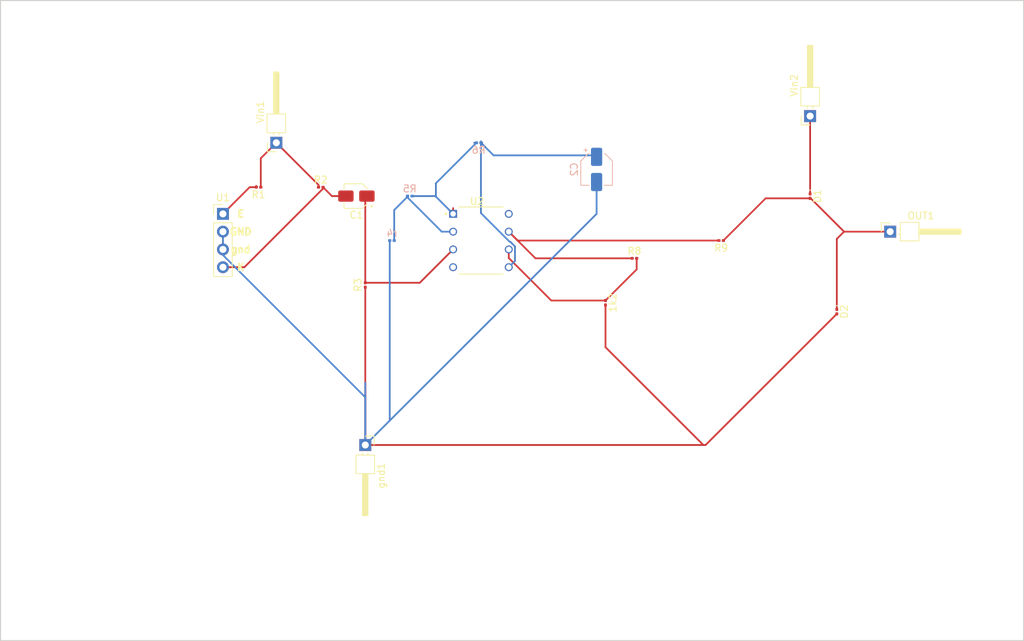
<source format=kicad_pcb>
(kicad_pcb (version 20171130) (host pcbnew "(5.1.10)-1")

  (general
    (thickness 1.6)
    (drawings 8)
    (tracks 71)
    (zones 0)
    (modules 19)
    (nets 13)
  )

  (page A4)
  (layers
    (0 F.Cu signal)
    (1 In1.Cu signal)
    (2 In2.Cu signal)
    (3 In3.Cu signal)
    (4 In4.Cu signal)
    (5 In5.Cu signal)
    (6 In6.Cu signal)
    (7 In7.Cu signal)
    (8 In8.Cu signal)
    (9 In9.Cu signal)
    (10 In10.Cu signal)
    (11 In11.Cu signal)
    (12 In12.Cu signal)
    (13 In13.Cu signal)
    (14 In14.Cu signal)
    (15 In15.Cu signal)
    (16 In16.Cu signal)
    (17 In17.Cu signal)
    (18 In18.Cu signal)
    (19 In19.Cu signal)
    (20 In20.Cu signal)
    (21 In21.Cu signal)
    (22 In22.Cu signal)
    (23 In23.Cu signal)
    (24 In24.Cu signal)
    (25 In25.Cu signal)
    (26 In26.Cu signal)
    (27 In27.Cu signal)
    (28 In28.Cu signal)
    (29 In29.Cu signal)
    (30 In30.Cu signal)
    (31 B.Cu signal)
    (32 B.Adhes user)
    (33 F.Adhes user)
    (34 B.Paste user)
    (35 F.Paste user)
    (36 B.SilkS user)
    (37 F.SilkS user)
    (38 B.Mask user)
    (39 F.Mask user)
    (40 Dwgs.User user)
    (41 Cmts.User user)
    (42 Eco1.User user)
    (43 Eco2.User user)
    (44 Edge.Cuts user)
    (45 Margin user)
    (46 B.CrtYd user)
    (47 F.CrtYd user)
    (48 B.Fab user)
    (49 F.Fab user)
  )

  (setup
    (last_trace_width 0.25)
    (trace_clearance 0.1)
    (zone_clearance 0.508)
    (zone_45_only no)
    (trace_min 0.2)
    (via_size 0.8)
    (via_drill 0.4)
    (via_min_size 0.4)
    (via_min_drill 0.3)
    (uvia_size 0.3)
    (uvia_drill 0.1)
    (uvias_allowed no)
    (uvia_min_size 0.3)
    (uvia_min_drill 0.1)
    (edge_width 0.15)
    (segment_width 0.2)
    (pcb_text_width 0.25)
    (pcb_text_size 1 1)
    (mod_edge_width 0.15)
    (mod_text_size 1 1)
    (mod_text_width 0.15)
    (pad_size 1.524 1.524)
    (pad_drill 0.762)
    (pad_to_mask_clearance 0)
    (aux_axis_origin 0 0)
    (visible_elements 7FFFFFFF)
    (pcbplotparams
      (layerselection 0x010f0_80000007)
      (usegerberextensions false)
      (usegerberattributes true)
      (usegerberadvancedattributes true)
      (creategerberjobfile true)
      (excludeedgelayer true)
      (linewidth 0.100000)
      (plotframeref false)
      (viasonmask false)
      (mode 1)
      (useauxorigin false)
      (hpglpennumber 1)
      (hpglpenspeed 20)
      (hpglpendiameter 15.000000)
      (psnegative false)
      (psa4output false)
      (plotreference true)
      (plotvalue true)
      (plotinvisibletext false)
      (padsonsilk false)
      (subtractmaskfromsilk false)
      (outputformat 1)
      (mirror false)
      (drillshape 0)
      (scaleselection 1)
      (outputdirectory "../ToOshPark/"))
  )

  (net 0 "")
  (net 1 "Net-(1k2-Pad1)")
  (net 2 "Net-(C1-Pad2)")
  (net 3 "Net-(C1-Pad1)")
  (net 4 "Net-(C2-Pad1)")
  (net 5 "Net-(D1-Pad2)")
  (net 6 "Net-(R1-Pad2)")
  (net 7 "Net-(R1-Pad1)")
  (net 8 "Net-(R5-Pad2)")
  (net 9 "Net-(R5-Pad1)")
  (net 10 "Net-(R8-Pad1)")
  (net 11 "Net-(1k2-Pad2)")
  (net 12 "Net-(D1-Pad1)")

  (net_class Default "This is the default net class."
    (clearance 0.1)
    (trace_width 0.25)
    (via_dia 0.8)
    (via_drill 0.4)
    (uvia_dia 0.3)
    (uvia_drill 0.1)
    (add_net "Net-(1k2-Pad1)")
    (add_net "Net-(1k2-Pad2)")
    (add_net "Net-(C1-Pad1)")
    (add_net "Net-(C1-Pad2)")
    (add_net "Net-(C2-Pad1)")
    (add_net "Net-(D1-Pad1)")
    (add_net "Net-(D1-Pad2)")
    (add_net "Net-(R1-Pad1)")
    (add_net "Net-(R1-Pad2)")
    (add_net "Net-(R5-Pad1)")
    (add_net "Net-(R5-Pad2)")
    (add_net "Net-(R8-Pad1)")
  )

  (module Resistor_SMD:R_0201_0603Metric (layer F.Cu) (tedit 5F68FEEE) (tstamp 618A6C25)
    (at 153.67 100.33 180)
    (descr "Resistor SMD 0201 (0603 Metric), square (rectangular) end terminal, IPC_7351 nominal, (Body size source: https://www.vishay.com/docs/20052/crcw0201e3.pdf), generated with kicad-footprint-generator")
    (tags resistor)
    (path /61854D18)
    (attr smd)
    (fp_text reference R1 (at 0 -1.05) (layer F.SilkS)
      (effects (font (size 1 1) (thickness 0.15)))
    )
    (fp_text value 82.5 (at 0 1.05) (layer F.Fab)
      (effects (font (size 1 1) (thickness 0.15)))
    )
    (fp_line (start -0.3 0.15) (end -0.3 -0.15) (layer F.Fab) (width 0.1))
    (fp_line (start -0.3 -0.15) (end 0.3 -0.15) (layer F.Fab) (width 0.1))
    (fp_line (start 0.3 -0.15) (end 0.3 0.15) (layer F.Fab) (width 0.1))
    (fp_line (start 0.3 0.15) (end -0.3 0.15) (layer F.Fab) (width 0.1))
    (fp_line (start -0.7 0.35) (end -0.7 -0.35) (layer F.CrtYd) (width 0.05))
    (fp_line (start -0.7 -0.35) (end 0.7 -0.35) (layer F.CrtYd) (width 0.05))
    (fp_line (start 0.7 -0.35) (end 0.7 0.35) (layer F.CrtYd) (width 0.05))
    (fp_line (start 0.7 0.35) (end -0.7 0.35) (layer F.CrtYd) (width 0.05))
    (fp_text user %R (at 0 -0.68) (layer F.Fab)
      (effects (font (size 0.25 0.25) (thickness 0.04)))
    )
    (pad "" smd roundrect (at -0.345 0 180) (size 0.318 0.36) (layers F.Paste) (roundrect_rratio 0.25))
    (pad "" smd roundrect (at 0.345 0 180) (size 0.318 0.36) (layers F.Paste) (roundrect_rratio 0.25))
    (pad 1 smd roundrect (at -0.32 0 180) (size 0.46 0.4) (layers F.Cu F.Mask) (roundrect_rratio 0.25)
      (net 7 "Net-(R1-Pad1)"))
    (pad 2 smd roundrect (at 0.32 0 180) (size 0.46 0.4) (layers F.Cu F.Mask) (roundrect_rratio 0.25)
      (net 6 "Net-(R1-Pad2)"))
    (model ${KISYS3DMOD}/Resistor_SMD.3dshapes/R_0201_0603Metric.wrl
      (at (xyz 0 0 0))
      (scale (xyz 1 1 1))
      (rotate (xyz 0 0 0))
    )
  )

  (module Resistor_SMD:R_0201_0603Metric (layer F.Cu) (tedit 5F68FEEE) (tstamp 618A6C36)
    (at 162.56 100.33)
    (descr "Resistor SMD 0201 (0603 Metric), square (rectangular) end terminal, IPC_7351 nominal, (Body size source: https://www.vishay.com/docs/20052/crcw0201e3.pdf), generated with kicad-footprint-generator")
    (tags resistor)
    (path /61857F5A)
    (attr smd)
    (fp_text reference R2 (at 0 -1.05) (layer F.SilkS)
      (effects (font (size 1 1) (thickness 0.15)))
    )
    (fp_text value 10k (at 0 1.05) (layer F.Fab)
      (effects (font (size 1 1) (thickness 0.15)))
    )
    (fp_line (start -0.3 0.15) (end -0.3 -0.15) (layer F.Fab) (width 0.1))
    (fp_line (start -0.3 -0.15) (end 0.3 -0.15) (layer F.Fab) (width 0.1))
    (fp_line (start 0.3 -0.15) (end 0.3 0.15) (layer F.Fab) (width 0.1))
    (fp_line (start 0.3 0.15) (end -0.3 0.15) (layer F.Fab) (width 0.1))
    (fp_line (start -0.7 0.35) (end -0.7 -0.35) (layer F.CrtYd) (width 0.05))
    (fp_line (start -0.7 -0.35) (end 0.7 -0.35) (layer F.CrtYd) (width 0.05))
    (fp_line (start 0.7 -0.35) (end 0.7 0.35) (layer F.CrtYd) (width 0.05))
    (fp_line (start 0.7 0.35) (end -0.7 0.35) (layer F.CrtYd) (width 0.05))
    (fp_text user %R (at 0 -0.68) (layer F.Fab)
      (effects (font (size 0.25 0.25) (thickness 0.04)))
    )
    (pad "" smd roundrect (at -0.345 0) (size 0.318 0.36) (layers F.Paste) (roundrect_rratio 0.25))
    (pad "" smd roundrect (at 0.345 0) (size 0.318 0.36) (layers F.Paste) (roundrect_rratio 0.25))
    (pad 1 smd roundrect (at -0.32 0) (size 0.46 0.4) (layers F.Cu F.Mask) (roundrect_rratio 0.25)
      (net 7 "Net-(R1-Pad1)"))
    (pad 2 smd roundrect (at 0.32 0) (size 0.46 0.4) (layers F.Cu F.Mask) (roundrect_rratio 0.25)
      (net 2 "Net-(C1-Pad2)"))
    (model ${KISYS3DMOD}/Resistor_SMD.3dshapes/R_0201_0603Metric.wrl
      (at (xyz 0 0 0))
      (scale (xyz 1 1 1))
      (rotate (xyz 0 0 0))
    )
  )

  (module Resistor_SMD:R_0201_0603Metric (layer F.Cu) (tedit 5F68FEEE) (tstamp 6188ECEA)
    (at 168.91 114.3 90)
    (descr "Resistor SMD 0201 (0603 Metric), square (rectangular) end terminal, IPC_7351 nominal, (Body size source: https://www.vishay.com/docs/20052/crcw0201e3.pdf), generated with kicad-footprint-generator")
    (tags resistor)
    (path /6185965A)
    (attr smd)
    (fp_text reference R3 (at 0 -1.05 90) (layer F.SilkS)
      (effects (font (size 1 1) (thickness 0.15)))
    )
    (fp_text value 680k (at 0 1.05 90) (layer F.Fab)
      (effects (font (size 1 1) (thickness 0.15)))
    )
    (fp_line (start 0.7 0.35) (end -0.7 0.35) (layer F.CrtYd) (width 0.05))
    (fp_line (start 0.7 -0.35) (end 0.7 0.35) (layer F.CrtYd) (width 0.05))
    (fp_line (start -0.7 -0.35) (end 0.7 -0.35) (layer F.CrtYd) (width 0.05))
    (fp_line (start -0.7 0.35) (end -0.7 -0.35) (layer F.CrtYd) (width 0.05))
    (fp_line (start 0.3 0.15) (end -0.3 0.15) (layer F.Fab) (width 0.1))
    (fp_line (start 0.3 -0.15) (end 0.3 0.15) (layer F.Fab) (width 0.1))
    (fp_line (start -0.3 -0.15) (end 0.3 -0.15) (layer F.Fab) (width 0.1))
    (fp_line (start -0.3 0.15) (end -0.3 -0.15) (layer F.Fab) (width 0.1))
    (fp_text user %R (at 0 -0.68 90) (layer F.Fab)
      (effects (font (size 0.25 0.25) (thickness 0.04)))
    )
    (pad 2 smd roundrect (at 0.32 0 90) (size 0.46 0.4) (layers F.Cu F.Mask) (roundrect_rratio 0.25)
      (net 3 "Net-(C1-Pad1)"))
    (pad 1 smd roundrect (at -0.32 0 90) (size 0.46 0.4) (layers F.Cu F.Mask) (roundrect_rratio 0.25)
      (net 11 "Net-(1k2-Pad2)"))
    (pad "" smd roundrect (at 0.345 0 90) (size 0.318 0.36) (layers F.Paste) (roundrect_rratio 0.25))
    (pad "" smd roundrect (at -0.345 0 90) (size 0.318 0.36) (layers F.Paste) (roundrect_rratio 0.25))
    (model ${KISYS3DMOD}/Resistor_SMD.3dshapes/R_0201_0603Metric.wrl
      (at (xyz 0 0 0))
      (scale (xyz 1 1 1))
      (rotate (xyz 0 0 0))
    )
  )

  (module Resistor_SMD:R_0201_0603Metric (layer B.Cu) (tedit 5F68FEEE) (tstamp 6188ECFB)
    (at 172.72 107.95 180)
    (descr "Resistor SMD 0201 (0603 Metric), square (rectangular) end terminal, IPC_7351 nominal, (Body size source: https://www.vishay.com/docs/20052/crcw0201e3.pdf), generated with kicad-footprint-generator")
    (tags resistor)
    (path /6187932D)
    (attr smd)
    (fp_text reference r4 (at 0 1.05) (layer B.SilkS)
      (effects (font (size 1 1) (thickness 0.15)) (justify mirror))
    )
    (fp_text value 1k (at 0 -1.05) (layer B.Fab)
      (effects (font (size 1 1) (thickness 0.15)) (justify mirror))
    )
    (fp_line (start 0.7 -0.35) (end -0.7 -0.35) (layer B.CrtYd) (width 0.05))
    (fp_line (start 0.7 0.35) (end 0.7 -0.35) (layer B.CrtYd) (width 0.05))
    (fp_line (start -0.7 0.35) (end 0.7 0.35) (layer B.CrtYd) (width 0.05))
    (fp_line (start -0.7 -0.35) (end -0.7 0.35) (layer B.CrtYd) (width 0.05))
    (fp_line (start 0.3 -0.15) (end -0.3 -0.15) (layer B.Fab) (width 0.1))
    (fp_line (start 0.3 0.15) (end 0.3 -0.15) (layer B.Fab) (width 0.1))
    (fp_line (start -0.3 0.15) (end 0.3 0.15) (layer B.Fab) (width 0.1))
    (fp_line (start -0.3 -0.15) (end -0.3 0.15) (layer B.Fab) (width 0.1))
    (fp_text user %R (at 0 0.68) (layer B.Fab)
      (effects (font (size 0.25 0.25) (thickness 0.04)) (justify mirror))
    )
    (pad 2 smd roundrect (at 0.32 0 180) (size 0.46 0.4) (layers B.Cu B.Mask) (roundrect_rratio 0.25)
      (net 11 "Net-(1k2-Pad2)"))
    (pad 1 smd roundrect (at -0.32 0 180) (size 0.46 0.4) (layers B.Cu B.Mask) (roundrect_rratio 0.25)
      (net 8 "Net-(R5-Pad2)"))
    (pad "" smd roundrect (at 0.345 0 180) (size 0.318 0.36) (layers B.Paste) (roundrect_rratio 0.25))
    (pad "" smd roundrect (at -0.345 0 180) (size 0.318 0.36) (layers B.Paste) (roundrect_rratio 0.25))
    (model ${KISYS3DMOD}/Resistor_SMD.3dshapes/R_0201_0603Metric.wrl
      (at (xyz 0 0 0))
      (scale (xyz 1 1 1))
      (rotate (xyz 0 0 0))
    )
  )

  (module Resistor_SMD:R_0201_0603Metric (layer B.Cu) (tedit 5F68FEEE) (tstamp 6188ED0C)
    (at 175.26 101.6 180)
    (descr "Resistor SMD 0201 (0603 Metric), square (rectangular) end terminal, IPC_7351 nominal, (Body size source: https://www.vishay.com/docs/20052/crcw0201e3.pdf), generated with kicad-footprint-generator")
    (tags resistor)
    (path /61878E1F)
    (attr smd)
    (fp_text reference R5 (at 0 1.05) (layer B.SilkS)
      (effects (font (size 1 1) (thickness 0.15)) (justify mirror))
    )
    (fp_text value 20k (at 0 -1.05) (layer B.Fab)
      (effects (font (size 1 1) (thickness 0.15)) (justify mirror))
    )
    (fp_line (start 0.7 -0.35) (end -0.7 -0.35) (layer B.CrtYd) (width 0.05))
    (fp_line (start 0.7 0.35) (end 0.7 -0.35) (layer B.CrtYd) (width 0.05))
    (fp_line (start -0.7 0.35) (end 0.7 0.35) (layer B.CrtYd) (width 0.05))
    (fp_line (start -0.7 -0.35) (end -0.7 0.35) (layer B.CrtYd) (width 0.05))
    (fp_line (start 0.3 -0.15) (end -0.3 -0.15) (layer B.Fab) (width 0.1))
    (fp_line (start 0.3 0.15) (end 0.3 -0.15) (layer B.Fab) (width 0.1))
    (fp_line (start -0.3 0.15) (end 0.3 0.15) (layer B.Fab) (width 0.1))
    (fp_line (start -0.3 -0.15) (end -0.3 0.15) (layer B.Fab) (width 0.1))
    (fp_text user %R (at 0 0.68) (layer B.Fab)
      (effects (font (size 0.25 0.25) (thickness 0.04)) (justify mirror))
    )
    (pad 2 smd roundrect (at 0.32 0 180) (size 0.46 0.4) (layers B.Cu B.Mask) (roundrect_rratio 0.25)
      (net 8 "Net-(R5-Pad2)"))
    (pad 1 smd roundrect (at -0.32 0 180) (size 0.46 0.4) (layers B.Cu B.Mask) (roundrect_rratio 0.25)
      (net 9 "Net-(R5-Pad1)"))
    (pad "" smd roundrect (at 0.345 0 180) (size 0.318 0.36) (layers B.Paste) (roundrect_rratio 0.25))
    (pad "" smd roundrect (at -0.345 0 180) (size 0.318 0.36) (layers B.Paste) (roundrect_rratio 0.25))
    (model ${KISYS3DMOD}/Resistor_SMD.3dshapes/R_0201_0603Metric.wrl
      (at (xyz 0 0 0))
      (scale (xyz 1 1 1))
      (rotate (xyz 0 0 0))
    )
  )

  (module Resistor_SMD:R_0201_0603Metric (layer B.Cu) (tedit 5F68FEEE) (tstamp 6188ED1D)
    (at 185.1 93.98)
    (descr "Resistor SMD 0201 (0603 Metric), square (rectangular) end terminal, IPC_7351 nominal, (Body size source: https://www.vishay.com/docs/20052/crcw0201e3.pdf), generated with kicad-footprint-generator")
    (tags resistor)
    (path /6187D634)
    (attr smd)
    (fp_text reference R6 (at 0 1.05) (layer B.SilkS)
      (effects (font (size 1 1) (thickness 0.15)) (justify mirror))
    )
    (fp_text value 842k (at 0 -1.05) (layer B.Fab)
      (effects (font (size 1 1) (thickness 0.15)) (justify mirror))
    )
    (fp_line (start 0.7 -0.35) (end -0.7 -0.35) (layer B.CrtYd) (width 0.05))
    (fp_line (start 0.7 0.35) (end 0.7 -0.35) (layer B.CrtYd) (width 0.05))
    (fp_line (start -0.7 0.35) (end 0.7 0.35) (layer B.CrtYd) (width 0.05))
    (fp_line (start -0.7 -0.35) (end -0.7 0.35) (layer B.CrtYd) (width 0.05))
    (fp_line (start 0.3 -0.15) (end -0.3 -0.15) (layer B.Fab) (width 0.1))
    (fp_line (start 0.3 0.15) (end 0.3 -0.15) (layer B.Fab) (width 0.1))
    (fp_line (start -0.3 0.15) (end 0.3 0.15) (layer B.Fab) (width 0.1))
    (fp_line (start -0.3 -0.15) (end -0.3 0.15) (layer B.Fab) (width 0.1))
    (fp_text user %R (at 0 0.68) (layer B.Fab)
      (effects (font (size 0.25 0.25) (thickness 0.04)) (justify mirror))
    )
    (pad 2 smd roundrect (at 0.32 0) (size 0.46 0.4) (layers B.Cu B.Mask) (roundrect_rratio 0.25)
      (net 4 "Net-(C2-Pad1)"))
    (pad 1 smd roundrect (at -0.32 0) (size 0.46 0.4) (layers B.Cu B.Mask) (roundrect_rratio 0.25)
      (net 9 "Net-(R5-Pad1)"))
    (pad "" smd roundrect (at 0.345 0) (size 0.318 0.36) (layers B.Paste) (roundrect_rratio 0.25))
    (pad "" smd roundrect (at -0.345 0) (size 0.318 0.36) (layers B.Paste) (roundrect_rratio 0.25))
    (model ${KISYS3DMOD}/Resistor_SMD.3dshapes/R_0201_0603Metric.wrl
      (at (xyz 0 0 0))
      (scale (xyz 1 1 1))
      (rotate (xyz 0 0 0))
    )
  )

  (module Resistor_SMD:R_0201_0603Metric (layer F.Cu) (tedit 5F68FEEE) (tstamp 6188ED2E)
    (at 207.33 110.49)
    (descr "Resistor SMD 0201 (0603 Metric), square (rectangular) end terminal, IPC_7351 nominal, (Body size source: https://www.vishay.com/docs/20052/crcw0201e3.pdf), generated with kicad-footprint-generator")
    (tags resistor)
    (path /61881D72)
    (attr smd)
    (fp_text reference R8 (at 0 -1.05) (layer F.SilkS)
      (effects (font (size 1 1) (thickness 0.15)))
    )
    (fp_text value 15k (at 0 1.05) (layer F.Fab)
      (effects (font (size 1 1) (thickness 0.15)))
    )
    (fp_line (start 0.7 0.35) (end -0.7 0.35) (layer F.CrtYd) (width 0.05))
    (fp_line (start 0.7 -0.35) (end 0.7 0.35) (layer F.CrtYd) (width 0.05))
    (fp_line (start -0.7 -0.35) (end 0.7 -0.35) (layer F.CrtYd) (width 0.05))
    (fp_line (start -0.7 0.35) (end -0.7 -0.35) (layer F.CrtYd) (width 0.05))
    (fp_line (start 0.3 0.15) (end -0.3 0.15) (layer F.Fab) (width 0.1))
    (fp_line (start 0.3 -0.15) (end 0.3 0.15) (layer F.Fab) (width 0.1))
    (fp_line (start -0.3 -0.15) (end 0.3 -0.15) (layer F.Fab) (width 0.1))
    (fp_line (start -0.3 0.15) (end -0.3 -0.15) (layer F.Fab) (width 0.1))
    (fp_text user %R (at 0 -0.68) (layer F.Fab)
      (effects (font (size 0.25 0.25) (thickness 0.04)))
    )
    (pad 2 smd roundrect (at 0.32 0) (size 0.46 0.4) (layers F.Cu F.Mask) (roundrect_rratio 0.25)
      (net 1 "Net-(1k2-Pad1)"))
    (pad 1 smd roundrect (at -0.32 0) (size 0.46 0.4) (layers F.Cu F.Mask) (roundrect_rratio 0.25)
      (net 10 "Net-(R8-Pad1)"))
    (pad "" smd roundrect (at 0.345 0) (size 0.318 0.36) (layers F.Paste) (roundrect_rratio 0.25))
    (pad "" smd roundrect (at -0.345 0) (size 0.318 0.36) (layers F.Paste) (roundrect_rratio 0.25))
    (model ${KISYS3DMOD}/Resistor_SMD.3dshapes/R_0201_0603Metric.wrl
      (at (xyz 0 0 0))
      (scale (xyz 1 1 1))
      (rotate (xyz 0 0 0))
    )
  )

  (module Resistor_SMD:R_0201_0603Metric (layer F.Cu) (tedit 5F68FEEE) (tstamp 6188ED3F)
    (at 219.71 107.95 180)
    (descr "Resistor SMD 0201 (0603 Metric), square (rectangular) end terminal, IPC_7351 nominal, (Body size source: https://www.vishay.com/docs/20052/crcw0201e3.pdf), generated with kicad-footprint-generator")
    (tags resistor)
    (path /61885D58)
    (attr smd)
    (fp_text reference R9 (at 0 -1.05) (layer F.SilkS)
      (effects (font (size 1 1) (thickness 0.15)))
    )
    (fp_text value 100 (at 0 1.05) (layer F.Fab)
      (effects (font (size 1 1) (thickness 0.15)))
    )
    (fp_line (start 0.7 0.35) (end -0.7 0.35) (layer F.CrtYd) (width 0.05))
    (fp_line (start 0.7 -0.35) (end 0.7 0.35) (layer F.CrtYd) (width 0.05))
    (fp_line (start -0.7 -0.35) (end 0.7 -0.35) (layer F.CrtYd) (width 0.05))
    (fp_line (start -0.7 0.35) (end -0.7 -0.35) (layer F.CrtYd) (width 0.05))
    (fp_line (start 0.3 0.15) (end -0.3 0.15) (layer F.Fab) (width 0.1))
    (fp_line (start 0.3 -0.15) (end 0.3 0.15) (layer F.Fab) (width 0.1))
    (fp_line (start -0.3 -0.15) (end 0.3 -0.15) (layer F.Fab) (width 0.1))
    (fp_line (start -0.3 0.15) (end -0.3 -0.15) (layer F.Fab) (width 0.1))
    (fp_text user %R (at 0 -0.68) (layer F.Fab)
      (effects (font (size 0.25 0.25) (thickness 0.04)))
    )
    (pad 2 smd roundrect (at 0.32 0 180) (size 0.46 0.4) (layers F.Cu F.Mask) (roundrect_rratio 0.25)
      (net 10 "Net-(R8-Pad1)"))
    (pad 1 smd roundrect (at -0.32 0 180) (size 0.46 0.4) (layers F.Cu F.Mask) (roundrect_rratio 0.25)
      (net 5 "Net-(D1-Pad2)"))
    (pad "" smd roundrect (at 0.345 0 180) (size 0.318 0.36) (layers F.Paste) (roundrect_rratio 0.25))
    (pad "" smd roundrect (at -0.345 0 180) (size 0.318 0.36) (layers F.Paste) (roundrect_rratio 0.25))
    (model ${KISYS3DMOD}/Resistor_SMD.3dshapes/R_0201_0603Metric.wrl
      (at (xyz 0 0 0))
      (scale (xyz 1 1 1))
      (rotate (xyz 0 0 0))
    )
  )

  (module Connector_PinHeader_2.54mm:PinHeader_1x04_P2.54mm_Vertical (layer F.Cu) (tedit 59FED5CC) (tstamp 61892521)
    (at 148.59 104.14)
    (descr "Through hole straight pin header, 1x04, 2.54mm pitch, single row")
    (tags "Through hole pin header THT 1x04 2.54mm single row")
    (path /61872E79)
    (fp_text reference U1 (at 0 -2.33) (layer F.SilkS)
      (effects (font (size 1 1) (thickness 0.15)))
    )
    (fp_text value OPB745 (at 0 9.95) (layer F.Fab)
      (effects (font (size 1 1) (thickness 0.15)))
    )
    (fp_line (start 1.8 -1.8) (end -1.8 -1.8) (layer F.CrtYd) (width 0.05))
    (fp_line (start 1.8 9.4) (end 1.8 -1.8) (layer F.CrtYd) (width 0.05))
    (fp_line (start -1.8 9.4) (end 1.8 9.4) (layer F.CrtYd) (width 0.05))
    (fp_line (start -1.8 -1.8) (end -1.8 9.4) (layer F.CrtYd) (width 0.05))
    (fp_line (start -1.33 -1.33) (end 0 -1.33) (layer F.SilkS) (width 0.12))
    (fp_line (start -1.33 0) (end -1.33 -1.33) (layer F.SilkS) (width 0.12))
    (fp_line (start -1.33 1.27) (end 1.33 1.27) (layer F.SilkS) (width 0.12))
    (fp_line (start 1.33 1.27) (end 1.33 8.95) (layer F.SilkS) (width 0.12))
    (fp_line (start -1.33 1.27) (end -1.33 8.95) (layer F.SilkS) (width 0.12))
    (fp_line (start -1.33 8.95) (end 1.33 8.95) (layer F.SilkS) (width 0.12))
    (fp_line (start -1.27 -0.635) (end -0.635 -1.27) (layer F.Fab) (width 0.1))
    (fp_line (start -1.27 8.89) (end -1.27 -0.635) (layer F.Fab) (width 0.1))
    (fp_line (start 1.27 8.89) (end -1.27 8.89) (layer F.Fab) (width 0.1))
    (fp_line (start 1.27 -1.27) (end 1.27 8.89) (layer F.Fab) (width 0.1))
    (fp_line (start -0.635 -1.27) (end 1.27 -1.27) (layer F.Fab) (width 0.1))
    (fp_text user %R (at 0 3.81 90) (layer F.Fab)
      (effects (font (size 1 1) (thickness 0.15)))
    )
    (pad 4 thru_hole oval (at 0 7.62) (size 1.7 1.7) (drill 1) (layers *.Cu *.Mask)
      (net 2 "Net-(C1-Pad2)"))
    (pad 3 thru_hole oval (at 0 5.08) (size 1.7 1.7) (drill 1) (layers *.Cu *.Mask)
      (net 11 "Net-(1k2-Pad2)"))
    (pad 2 thru_hole oval (at 0 2.54) (size 1.7 1.7) (drill 1) (layers *.Cu *.Mask)
      (net 11 "Net-(1k2-Pad2)"))
    (pad 1 thru_hole rect (at 0 0) (size 1.7 1.7) (drill 1) (layers *.Cu *.Mask)
      (net 6 "Net-(R1-Pad2)"))
    (model ${KISYS3DMOD}/Connector_PinHeader_2.54mm.3dshapes/PinHeader_1x04_P2.54mm_Vertical.wrl
      (at (xyz 0 0 0))
      (scale (xyz 1 1 1))
      (rotate (xyz 0 0 0))
    )
  )

  (module Connector_PinHeader_2.54mm:PinHeader_1x01_P2.54mm_Horizontal (layer F.Cu) (tedit 59FED5CB) (tstamp 61890340)
    (at 232.41 90.17 90)
    (descr "Through hole angled pin header, 1x01, 2.54mm pitch, 6mm pin length, single row")
    (tags "Through hole angled pin header THT 1x01 2.54mm single row")
    (path /618E2A83)
    (fp_text reference Vin2 (at 4.385 -2.27 90) (layer F.SilkS)
      (effects (font (size 1 1) (thickness 0.15)))
    )
    (fp_text value Conn_01x01_Male (at 4.385 2.27 90) (layer F.Fab)
      (effects (font (size 1 1) (thickness 0.15)))
    )
    (fp_line (start 10.55 -1.8) (end -1.8 -1.8) (layer F.CrtYd) (width 0.05))
    (fp_line (start 10.55 1.8) (end 10.55 -1.8) (layer F.CrtYd) (width 0.05))
    (fp_line (start -1.8 1.8) (end 10.55 1.8) (layer F.CrtYd) (width 0.05))
    (fp_line (start -1.8 -1.8) (end -1.8 1.8) (layer F.CrtYd) (width 0.05))
    (fp_line (start -1.27 -1.27) (end 0 -1.27) (layer F.SilkS) (width 0.12))
    (fp_line (start -1.27 0) (end -1.27 -1.27) (layer F.SilkS) (width 0.12))
    (fp_line (start 1.11 0.38) (end 1.44 0.38) (layer F.SilkS) (width 0.12))
    (fp_line (start 1.11 -0.38) (end 1.44 -0.38) (layer F.SilkS) (width 0.12))
    (fp_line (start 4.1 0.28) (end 10.1 0.28) (layer F.SilkS) (width 0.12))
    (fp_line (start 4.1 0.16) (end 10.1 0.16) (layer F.SilkS) (width 0.12))
    (fp_line (start 4.1 0.04) (end 10.1 0.04) (layer F.SilkS) (width 0.12))
    (fp_line (start 4.1 -0.08) (end 10.1 -0.08) (layer F.SilkS) (width 0.12))
    (fp_line (start 4.1 -0.2) (end 10.1 -0.2) (layer F.SilkS) (width 0.12))
    (fp_line (start 4.1 -0.32) (end 10.1 -0.32) (layer F.SilkS) (width 0.12))
    (fp_line (start 10.1 0.38) (end 4.1 0.38) (layer F.SilkS) (width 0.12))
    (fp_line (start 10.1 -0.38) (end 10.1 0.38) (layer F.SilkS) (width 0.12))
    (fp_line (start 4.1 -0.38) (end 10.1 -0.38) (layer F.SilkS) (width 0.12))
    (fp_line (start 4.1 -1.33) (end 1.44 -1.33) (layer F.SilkS) (width 0.12))
    (fp_line (start 4.1 1.33) (end 4.1 -1.33) (layer F.SilkS) (width 0.12))
    (fp_line (start 1.44 1.33) (end 4.1 1.33) (layer F.SilkS) (width 0.12))
    (fp_line (start 1.44 -1.33) (end 1.44 1.33) (layer F.SilkS) (width 0.12))
    (fp_line (start 4.04 0.32) (end 10.04 0.32) (layer F.Fab) (width 0.1))
    (fp_line (start 10.04 -0.32) (end 10.04 0.32) (layer F.Fab) (width 0.1))
    (fp_line (start 4.04 -0.32) (end 10.04 -0.32) (layer F.Fab) (width 0.1))
    (fp_line (start -0.32 0.32) (end 1.5 0.32) (layer F.Fab) (width 0.1))
    (fp_line (start -0.32 -0.32) (end -0.32 0.32) (layer F.Fab) (width 0.1))
    (fp_line (start -0.32 -0.32) (end 1.5 -0.32) (layer F.Fab) (width 0.1))
    (fp_line (start 1.5 -0.635) (end 2.135 -1.27) (layer F.Fab) (width 0.1))
    (fp_line (start 1.5 1.27) (end 1.5 -0.635) (layer F.Fab) (width 0.1))
    (fp_line (start 4.04 1.27) (end 1.5 1.27) (layer F.Fab) (width 0.1))
    (fp_line (start 4.04 -1.27) (end 4.04 1.27) (layer F.Fab) (width 0.1))
    (fp_line (start 2.135 -1.27) (end 4.04 -1.27) (layer F.Fab) (width 0.1))
    (fp_text user %R (at 2.77 0) (layer F.Fab)
      (effects (font (size 1 1) (thickness 0.15)))
    )
    (pad 1 thru_hole rect (at 0 0 90) (size 1.7 1.7) (drill 1) (layers *.Cu *.Mask)
      (net 12 "Net-(D1-Pad1)"))
    (model ${KISYS3DMOD}/Connector_PinHeader_2.54mm.3dshapes/PinHeader_1x01_P2.54mm_Horizontal.wrl
      (at (xyz 0 0 0))
      (scale (xyz 1 1 1))
      (rotate (xyz 0 0 0))
    )
  )

  (module Connector_PinHeader_2.54mm:PinHeader_1x01_P2.54mm_Horizontal (layer F.Cu) (tedit 59FED5CB) (tstamp 6189016C)
    (at 243.84 106.68)
    (descr "Through hole angled pin header, 1x01, 2.54mm pitch, 6mm pin length, single row")
    (tags "Through hole angled pin header THT 1x01 2.54mm single row")
    (path /6193298D)
    (fp_text reference OUT1 (at 4.385 -2.27) (layer F.SilkS)
      (effects (font (size 1 1) (thickness 0.15)))
    )
    (fp_text value Conn_01x01_Male (at 4.385 2.27) (layer F.Fab)
      (effects (font (size 1 1) (thickness 0.15)))
    )
    (fp_line (start 10.55 -1.8) (end -1.8 -1.8) (layer F.CrtYd) (width 0.05))
    (fp_line (start 10.55 1.8) (end 10.55 -1.8) (layer F.CrtYd) (width 0.05))
    (fp_line (start -1.8 1.8) (end 10.55 1.8) (layer F.CrtYd) (width 0.05))
    (fp_line (start -1.8 -1.8) (end -1.8 1.8) (layer F.CrtYd) (width 0.05))
    (fp_line (start -1.27 -1.27) (end 0 -1.27) (layer F.SilkS) (width 0.12))
    (fp_line (start -1.27 0) (end -1.27 -1.27) (layer F.SilkS) (width 0.12))
    (fp_line (start 1.11 0.38) (end 1.44 0.38) (layer F.SilkS) (width 0.12))
    (fp_line (start 1.11 -0.38) (end 1.44 -0.38) (layer F.SilkS) (width 0.12))
    (fp_line (start 4.1 0.28) (end 10.1 0.28) (layer F.SilkS) (width 0.12))
    (fp_line (start 4.1 0.16) (end 10.1 0.16) (layer F.SilkS) (width 0.12))
    (fp_line (start 4.1 0.04) (end 10.1 0.04) (layer F.SilkS) (width 0.12))
    (fp_line (start 4.1 -0.08) (end 10.1 -0.08) (layer F.SilkS) (width 0.12))
    (fp_line (start 4.1 -0.2) (end 10.1 -0.2) (layer F.SilkS) (width 0.12))
    (fp_line (start 4.1 -0.32) (end 10.1 -0.32) (layer F.SilkS) (width 0.12))
    (fp_line (start 10.1 0.38) (end 4.1 0.38) (layer F.SilkS) (width 0.12))
    (fp_line (start 10.1 -0.38) (end 10.1 0.38) (layer F.SilkS) (width 0.12))
    (fp_line (start 4.1 -0.38) (end 10.1 -0.38) (layer F.SilkS) (width 0.12))
    (fp_line (start 4.1 -1.33) (end 1.44 -1.33) (layer F.SilkS) (width 0.12))
    (fp_line (start 4.1 1.33) (end 4.1 -1.33) (layer F.SilkS) (width 0.12))
    (fp_line (start 1.44 1.33) (end 4.1 1.33) (layer F.SilkS) (width 0.12))
    (fp_line (start 1.44 -1.33) (end 1.44 1.33) (layer F.SilkS) (width 0.12))
    (fp_line (start 4.04 0.32) (end 10.04 0.32) (layer F.Fab) (width 0.1))
    (fp_line (start 10.04 -0.32) (end 10.04 0.32) (layer F.Fab) (width 0.1))
    (fp_line (start 4.04 -0.32) (end 10.04 -0.32) (layer F.Fab) (width 0.1))
    (fp_line (start -0.32 0.32) (end 1.5 0.32) (layer F.Fab) (width 0.1))
    (fp_line (start -0.32 -0.32) (end -0.32 0.32) (layer F.Fab) (width 0.1))
    (fp_line (start -0.32 -0.32) (end 1.5 -0.32) (layer F.Fab) (width 0.1))
    (fp_line (start 1.5 -0.635) (end 2.135 -1.27) (layer F.Fab) (width 0.1))
    (fp_line (start 1.5 1.27) (end 1.5 -0.635) (layer F.Fab) (width 0.1))
    (fp_line (start 4.04 1.27) (end 1.5 1.27) (layer F.Fab) (width 0.1))
    (fp_line (start 4.04 -1.27) (end 4.04 1.27) (layer F.Fab) (width 0.1))
    (fp_line (start 2.135 -1.27) (end 4.04 -1.27) (layer F.Fab) (width 0.1))
    (fp_text user %R (at 2.77 0 90) (layer F.Fab)
      (effects (font (size 1 1) (thickness 0.15)))
    )
    (pad 1 thru_hole rect (at 0 0) (size 1.7 1.7) (drill 1) (layers *.Cu *.Mask)
      (net 5 "Net-(D1-Pad2)"))
    (model ${KISYS3DMOD}/Connector_PinHeader_2.54mm.3dshapes/PinHeader_1x01_P2.54mm_Horizontal.wrl
      (at (xyz 0 0 0))
      (scale (xyz 1 1 1))
      (rotate (xyz 0 0 0))
    )
  )

  (module Diode_SMD:D_0201_0603Metric (layer F.Cu) (tedit 5F68FEF0) (tstamp 6188EC19)
    (at 236.22 118.11 270)
    (descr "Diode SMD 0201 (0603 Metric), square (rectangular) end terminal, IPC_7351 nominal, (Body size source: https://www.vishay.com/docs/20052/crcw0201e3.pdf), generated with kicad-footprint-generator")
    (tags diode)
    (path /6188CB8D)
    (attr smd)
    (fp_text reference D2 (at 0 -1.05 90) (layer F.SilkS)
      (effects (font (size 1 1) (thickness 0.15)))
    )
    (fp_text value DIODE (at 0 1.05 90) (layer F.Fab)
      (effects (font (size 1 1) (thickness 0.15)))
    )
    (fp_line (start 0.7 0.35) (end -0.7 0.35) (layer F.CrtYd) (width 0.05))
    (fp_line (start 0.7 -0.35) (end 0.7 0.35) (layer F.CrtYd) (width 0.05))
    (fp_line (start -0.7 -0.35) (end 0.7 -0.35) (layer F.CrtYd) (width 0.05))
    (fp_line (start -0.7 0.35) (end -0.7 -0.35) (layer F.CrtYd) (width 0.05))
    (fp_line (start -0.1 0.15) (end -0.1 -0.15) (layer F.Fab) (width 0.1))
    (fp_line (start -0.2 0.15) (end -0.2 -0.15) (layer F.Fab) (width 0.1))
    (fp_line (start 0.3 0.15) (end -0.3 0.15) (layer F.Fab) (width 0.1))
    (fp_line (start 0.3 -0.15) (end 0.3 0.15) (layer F.Fab) (width 0.1))
    (fp_line (start -0.3 -0.15) (end 0.3 -0.15) (layer F.Fab) (width 0.1))
    (fp_line (start -0.3 0.15) (end -0.3 -0.15) (layer F.Fab) (width 0.1))
    (fp_circle (center -0.86 0) (end -0.81 0) (layer F.SilkS) (width 0.1))
    (fp_text user %R (at 0 -0.68 90) (layer F.Fab)
      (effects (font (size 0.25 0.25) (thickness 0.04)))
    )
    (pad 2 smd roundrect (at 0.32 0 270) (size 0.46 0.4) (layers F.Cu F.Mask) (roundrect_rratio 0.25)
      (net 11 "Net-(1k2-Pad2)"))
    (pad 1 smd roundrect (at -0.32 0 270) (size 0.46 0.4) (layers F.Cu F.Mask) (roundrect_rratio 0.25)
      (net 5 "Net-(D1-Pad2)"))
    (pad "" smd roundrect (at 0.345 0 270) (size 0.318 0.36) (layers F.Paste) (roundrect_rratio 0.25))
    (pad "" smd roundrect (at -0.345 0 270) (size 0.318 0.36) (layers F.Paste) (roundrect_rratio 0.25))
    (model ${KISYS3DMOD}/Diode_SMD.3dshapes/D_0201_0603Metric.wrl
      (at (xyz 0 0 0))
      (scale (xyz 1 1 1))
      (rotate (xyz 0 0 0))
    )
  )

  (module Diode_SMD:D_0201_0603Metric (layer F.Cu) (tedit 5F68FEF0) (tstamp 6188EC05)
    (at 232.41 101.6 270)
    (descr "Diode SMD 0201 (0603 Metric), square (rectangular) end terminal, IPC_7351 nominal, (Body size source: https://www.vishay.com/docs/20052/crcw0201e3.pdf), generated with kicad-footprint-generator")
    (tags diode)
    (path /6188D84B)
    (attr smd)
    (fp_text reference D1 (at 0 -1.05 90) (layer F.SilkS)
      (effects (font (size 1 1) (thickness 0.15)))
    )
    (fp_text value DIODE (at 0 1.05 90) (layer F.Fab)
      (effects (font (size 1 1) (thickness 0.15)))
    )
    (fp_line (start 0.7 0.35) (end -0.7 0.35) (layer F.CrtYd) (width 0.05))
    (fp_line (start 0.7 -0.35) (end 0.7 0.35) (layer F.CrtYd) (width 0.05))
    (fp_line (start -0.7 -0.35) (end 0.7 -0.35) (layer F.CrtYd) (width 0.05))
    (fp_line (start -0.7 0.35) (end -0.7 -0.35) (layer F.CrtYd) (width 0.05))
    (fp_line (start -0.1 0.15) (end -0.1 -0.15) (layer F.Fab) (width 0.1))
    (fp_line (start -0.2 0.15) (end -0.2 -0.15) (layer F.Fab) (width 0.1))
    (fp_line (start 0.3 0.15) (end -0.3 0.15) (layer F.Fab) (width 0.1))
    (fp_line (start 0.3 -0.15) (end 0.3 0.15) (layer F.Fab) (width 0.1))
    (fp_line (start -0.3 -0.15) (end 0.3 -0.15) (layer F.Fab) (width 0.1))
    (fp_line (start -0.3 0.15) (end -0.3 -0.15) (layer F.Fab) (width 0.1))
    (fp_circle (center -0.86 0) (end -0.81 0) (layer F.SilkS) (width 0.1))
    (fp_text user %R (at 0 -0.68 90) (layer F.Fab)
      (effects (font (size 0.25 0.25) (thickness 0.04)))
    )
    (pad 2 smd roundrect (at 0.32 0 270) (size 0.46 0.4) (layers F.Cu F.Mask) (roundrect_rratio 0.25)
      (net 5 "Net-(D1-Pad2)"))
    (pad 1 smd roundrect (at -0.32 0 270) (size 0.46 0.4) (layers F.Cu F.Mask) (roundrect_rratio 0.25)
      (net 12 "Net-(D1-Pad1)"))
    (pad "" smd roundrect (at 0.345 0 270) (size 0.318 0.36) (layers F.Paste) (roundrect_rratio 0.25))
    (pad "" smd roundrect (at -0.345 0 270) (size 0.318 0.36) (layers F.Paste) (roundrect_rratio 0.25))
    (model ${KISYS3DMOD}/Diode_SMD.3dshapes/D_0201_0603Metric.wrl
      (at (xyz 0 0 0))
      (scale (xyz 1 1 1))
      (rotate (xyz 0 0 0))
    )
  )

  (module Capacitor_SMD:CP_Elec_4x3 (layer B.Cu) (tedit 5BCA39CF) (tstamp 6188EBF1)
    (at 201.93 97.79 270)
    (descr "SMD capacitor, aluminum electrolytic, Nichicon, 4.0x3mm")
    (tags "capacitor electrolytic")
    (path /61883FA3)
    (attr smd)
    (fp_text reference C2 (at 0 3.2 270) (layer B.SilkS)
      (effects (font (size 1 1) (thickness 0.15)) (justify mirror))
    )
    (fp_text value 97.3uf (at 0 -3.2 270) (layer B.Fab)
      (effects (font (size 1 1) (thickness 0.15)) (justify mirror))
    )
    (fp_line (start -3.35 -1.05) (end -2.4 -1.05) (layer B.CrtYd) (width 0.05))
    (fp_line (start -3.35 1.05) (end -3.35 -1.05) (layer B.CrtYd) (width 0.05))
    (fp_line (start -2.4 1.05) (end -3.35 1.05) (layer B.CrtYd) (width 0.05))
    (fp_line (start -2.4 -1.05) (end -2.4 -1.25) (layer B.CrtYd) (width 0.05))
    (fp_line (start -2.4 1.25) (end -2.4 1.05) (layer B.CrtYd) (width 0.05))
    (fp_line (start -2.4 1.25) (end -1.25 2.4) (layer B.CrtYd) (width 0.05))
    (fp_line (start -2.4 -1.25) (end -1.25 -2.4) (layer B.CrtYd) (width 0.05))
    (fp_line (start -1.25 2.4) (end 2.4 2.4) (layer B.CrtYd) (width 0.05))
    (fp_line (start -1.25 -2.4) (end 2.4 -2.4) (layer B.CrtYd) (width 0.05))
    (fp_line (start 2.4 -1.05) (end 2.4 -2.4) (layer B.CrtYd) (width 0.05))
    (fp_line (start 3.35 -1.05) (end 2.4 -1.05) (layer B.CrtYd) (width 0.05))
    (fp_line (start 3.35 1.05) (end 3.35 -1.05) (layer B.CrtYd) (width 0.05))
    (fp_line (start 2.4 1.05) (end 3.35 1.05) (layer B.CrtYd) (width 0.05))
    (fp_line (start 2.4 2.4) (end 2.4 1.05) (layer B.CrtYd) (width 0.05))
    (fp_line (start -2.75 1.81) (end -2.75 1.31) (layer B.SilkS) (width 0.12))
    (fp_line (start -3 1.56) (end -2.5 1.56) (layer B.SilkS) (width 0.12))
    (fp_line (start -2.26 -1.195563) (end -1.195563 -2.26) (layer B.SilkS) (width 0.12))
    (fp_line (start -2.26 1.195563) (end -1.195563 2.26) (layer B.SilkS) (width 0.12))
    (fp_line (start -2.26 1.195563) (end -2.26 1.06) (layer B.SilkS) (width 0.12))
    (fp_line (start -2.26 -1.195563) (end -2.26 -1.06) (layer B.SilkS) (width 0.12))
    (fp_line (start -1.195563 -2.26) (end 2.26 -2.26) (layer B.SilkS) (width 0.12))
    (fp_line (start -1.195563 2.26) (end 2.26 2.26) (layer B.SilkS) (width 0.12))
    (fp_line (start 2.26 2.26) (end 2.26 1.06) (layer B.SilkS) (width 0.12))
    (fp_line (start 2.26 -2.26) (end 2.26 -1.06) (layer B.SilkS) (width 0.12))
    (fp_line (start -1.374773 1.2) (end -1.374773 0.8) (layer B.Fab) (width 0.1))
    (fp_line (start -1.574773 1) (end -1.174773 1) (layer B.Fab) (width 0.1))
    (fp_line (start -2.15 -1.15) (end -1.15 -2.15) (layer B.Fab) (width 0.1))
    (fp_line (start -2.15 1.15) (end -1.15 2.15) (layer B.Fab) (width 0.1))
    (fp_line (start -2.15 1.15) (end -2.15 -1.15) (layer B.Fab) (width 0.1))
    (fp_line (start -1.15 -2.15) (end 2.15 -2.15) (layer B.Fab) (width 0.1))
    (fp_line (start -1.15 2.15) (end 2.15 2.15) (layer B.Fab) (width 0.1))
    (fp_line (start 2.15 2.15) (end 2.15 -2.15) (layer B.Fab) (width 0.1))
    (fp_circle (center 0 0) (end 2 0) (layer B.Fab) (width 0.1))
    (fp_text user %R (at 0 0 270) (layer B.Fab)
      (effects (font (size 0.8 0.8) (thickness 0.12)) (justify mirror))
    )
    (pad 2 smd roundrect (at 1.8 0 270) (size 2.6 1.6) (layers B.Cu B.Paste B.Mask) (roundrect_rratio 0.15625)
      (net 11 "Net-(1k2-Pad2)"))
    (pad 1 smd roundrect (at -1.8 0 270) (size 2.6 1.6) (layers B.Cu B.Paste B.Mask) (roundrect_rratio 0.15625)
      (net 4 "Net-(C2-Pad1)"))
    (model ${KISYS3DMOD}/Capacitor_SMD.3dshapes/CP_Elec_4x3.wrl
      (at (xyz 0 0 0))
      (scale (xyz 1 1 1))
      (rotate (xyz 0 0 0))
    )
  )

  (module Capacitor_SMD:CP_Elec_3x5.4 (layer F.Cu) (tedit 5BCA39CF) (tstamp 6188EBC9)
    (at 167.64 101.6 180)
    (descr "SMD capacitor, aluminum electrolytic, Nichicon, 3.0x5.4mm")
    (tags "capacitor electrolytic")
    (path /618587C9)
    (attr smd)
    (fp_text reference C1 (at 0 -2.7) (layer F.SilkS)
      (effects (font (size 1 1) (thickness 0.15)))
    )
    (fp_text value 97.3uf (at 0 2.7) (layer F.Fab)
      (effects (font (size 1 1) (thickness 0.15)))
    )
    (fp_line (start -2.85 1.05) (end -1.78 1.05) (layer F.CrtYd) (width 0.05))
    (fp_line (start -2.85 -1.05) (end -2.85 1.05) (layer F.CrtYd) (width 0.05))
    (fp_line (start -1.78 -1.05) (end -2.85 -1.05) (layer F.CrtYd) (width 0.05))
    (fp_line (start -1.78 -1.05) (end -0.93 -1.9) (layer F.CrtYd) (width 0.05))
    (fp_line (start -1.78 1.05) (end -0.93 1.9) (layer F.CrtYd) (width 0.05))
    (fp_line (start -0.93 -1.9) (end 1.9 -1.9) (layer F.CrtYd) (width 0.05))
    (fp_line (start -0.93 1.9) (end 1.9 1.9) (layer F.CrtYd) (width 0.05))
    (fp_line (start 1.9 1.05) (end 1.9 1.9) (layer F.CrtYd) (width 0.05))
    (fp_line (start 2.85 1.05) (end 1.9 1.05) (layer F.CrtYd) (width 0.05))
    (fp_line (start 2.85 -1.05) (end 2.85 1.05) (layer F.CrtYd) (width 0.05))
    (fp_line (start 1.9 -1.05) (end 2.85 -1.05) (layer F.CrtYd) (width 0.05))
    (fp_line (start 1.9 -1.9) (end 1.9 -1.05) (layer F.CrtYd) (width 0.05))
    (fp_line (start -2.1875 -1.6225) (end -2.1875 -1.2475) (layer F.SilkS) (width 0.12))
    (fp_line (start -2.375 -1.435) (end -2 -1.435) (layer F.SilkS) (width 0.12))
    (fp_line (start -1.570563 1.06) (end -0.870563 1.76) (layer F.SilkS) (width 0.12))
    (fp_line (start -1.570563 -1.06) (end -0.870563 -1.76) (layer F.SilkS) (width 0.12))
    (fp_line (start -0.870563 1.76) (end 1.76 1.76) (layer F.SilkS) (width 0.12))
    (fp_line (start -0.870563 -1.76) (end 1.76 -1.76) (layer F.SilkS) (width 0.12))
    (fp_line (start 1.76 -1.76) (end 1.76 -1.06) (layer F.SilkS) (width 0.12))
    (fp_line (start 1.76 1.76) (end 1.76 1.06) (layer F.SilkS) (width 0.12))
    (fp_line (start -0.960469 -0.95) (end -0.960469 -0.65) (layer F.Fab) (width 0.1))
    (fp_line (start -1.110469 -0.8) (end -0.810469 -0.8) (layer F.Fab) (width 0.1))
    (fp_line (start -1.65 0.825) (end -0.825 1.65) (layer F.Fab) (width 0.1))
    (fp_line (start -1.65 -0.825) (end -0.825 -1.65) (layer F.Fab) (width 0.1))
    (fp_line (start -1.65 -0.825) (end -1.65 0.825) (layer F.Fab) (width 0.1))
    (fp_line (start -0.825 1.65) (end 1.65 1.65) (layer F.Fab) (width 0.1))
    (fp_line (start -0.825 -1.65) (end 1.65 -1.65) (layer F.Fab) (width 0.1))
    (fp_line (start 1.65 -1.65) (end 1.65 1.65) (layer F.Fab) (width 0.1))
    (fp_circle (center 0 0) (end 1.5 0) (layer F.Fab) (width 0.1))
    (fp_text user %R (at 0 0) (layer F.Fab)
      (effects (font (size 0.6 0.6) (thickness 0.09)))
    )
    (pad 2 smd roundrect (at 1.5 0 180) (size 2.2 1.6) (layers F.Cu F.Paste F.Mask) (roundrect_rratio 0.15625)
      (net 2 "Net-(C1-Pad2)"))
    (pad 1 smd roundrect (at -1.5 0 180) (size 2.2 1.6) (layers F.Cu F.Paste F.Mask) (roundrect_rratio 0.15625)
      (net 3 "Net-(C1-Pad1)"))
    (model ${KISYS3DMOD}/Capacitor_SMD.3dshapes/CP_Elec_3x5.4.wrl
      (at (xyz 0 0 0))
      (scale (xyz 1 1 1))
      (rotate (xyz 0 0 0))
    )
  )

  (module Resistor_SMD:R_0201_0603Metric (layer F.Cu) (tedit 5F68FEEE) (tstamp 6188EBA5)
    (at 203.2 116.84 270)
    (descr "Resistor SMD 0201 (0603 Metric), square (rectangular) end terminal, IPC_7351 nominal, (Body size source: https://www.vishay.com/docs/20052/crcw0201e3.pdf), generated with kicad-footprint-generator")
    (tags resistor)
    (path /61881D78)
    (attr smd)
    (fp_text reference 1k2 (at 0 -1.05 90) (layer F.SilkS)
      (effects (font (size 1 1) (thickness 0.15)))
    )
    (fp_text value R7 (at 0 1.05 90) (layer F.Fab)
      (effects (font (size 1 1) (thickness 0.15)))
    )
    (fp_line (start 0.7 0.35) (end -0.7 0.35) (layer F.CrtYd) (width 0.05))
    (fp_line (start 0.7 -0.35) (end 0.7 0.35) (layer F.CrtYd) (width 0.05))
    (fp_line (start -0.7 -0.35) (end 0.7 -0.35) (layer F.CrtYd) (width 0.05))
    (fp_line (start -0.7 0.35) (end -0.7 -0.35) (layer F.CrtYd) (width 0.05))
    (fp_line (start 0.3 0.15) (end -0.3 0.15) (layer F.Fab) (width 0.1))
    (fp_line (start 0.3 -0.15) (end 0.3 0.15) (layer F.Fab) (width 0.1))
    (fp_line (start -0.3 -0.15) (end 0.3 -0.15) (layer F.Fab) (width 0.1))
    (fp_line (start -0.3 0.15) (end -0.3 -0.15) (layer F.Fab) (width 0.1))
    (fp_text user %R (at 0 -0.68 90) (layer F.Fab)
      (effects (font (size 0.25 0.25) (thickness 0.04)))
    )
    (pad 2 smd roundrect (at 0.32 0 270) (size 0.46 0.4) (layers F.Cu F.Mask) (roundrect_rratio 0.25)
      (net 11 "Net-(1k2-Pad2)"))
    (pad 1 smd roundrect (at -0.32 0 270) (size 0.46 0.4) (layers F.Cu F.Mask) (roundrect_rratio 0.25)
      (net 1 "Net-(1k2-Pad1)"))
    (pad "" smd roundrect (at 0.345 0 270) (size 0.318 0.36) (layers F.Paste) (roundrect_rratio 0.25))
    (pad "" smd roundrect (at -0.345 0 270) (size 0.318 0.36) (layers F.Paste) (roundrect_rratio 0.25))
    (model ${KISYS3DMOD}/Resistor_SMD.3dshapes/R_0201_0603Metric.wrl
      (at (xyz 0 0 0))
      (scale (xyz 1 1 1))
      (rotate (xyz 0 0 0))
    )
  )

  (module TLC277CP:DIP794W45P254L959H508Q8 (layer F.Cu) (tedit 618833B9) (tstamp 618A6CD0)
    (at 185.42 107.95)
    (path /6185AB20)
    (fp_text reference U2 (at -0.565 -5.607) (layer F.SilkS)
      (effects (font (size 1 1) (thickness 0.15)))
    )
    (fp_text value TLC277 (at 10.865 5.607) (layer F.Fab)
      (effects (font (size 1 1) (thickness 0.15)))
    )
    (fp_line (start -4.785 -5.045) (end -4.785 5.045) (layer F.CrtYd) (width 0.05))
    (fp_line (start 4.785 -5.045) (end 4.785 5.045) (layer F.CrtYd) (width 0.05))
    (fp_line (start 4.785 5.045) (end -4.785 5.045) (layer F.CrtYd) (width 0.05))
    (fp_line (start 4.785 -5.045) (end -4.785 -5.045) (layer F.CrtYd) (width 0.05))
    (fp_line (start 3.175 -4.795) (end 3.175 4.795) (layer F.Fab) (width 0.127))
    (fp_line (start -3.175 -4.795) (end -3.175 4.795) (layer F.Fab) (width 0.127))
    (fp_line (start -3.175 4.795) (end 3.175 4.795) (layer F.SilkS) (width 0.127))
    (fp_line (start -3.175 -4.795) (end 3.175 -4.795) (layer F.SilkS) (width 0.127))
    (fp_line (start -3.175 4.795) (end 3.175 4.795) (layer F.Fab) (width 0.127))
    (fp_line (start -3.175 -4.795) (end 3.175 -4.795) (layer F.Fab) (width 0.127))
    (fp_circle (center -5.035 -3.81) (end -4.935 -3.81) (layer F.Fab) (width 0.2))
    (fp_circle (center -5.035 -3.81) (end -4.935 -3.81) (layer F.SilkS) (width 0.2))
    (pad 8 thru_hole circle (at 3.97 -3.81) (size 1.13 1.13) (drill 0.78) (layers *.Cu *.Mask))
    (pad 7 thru_hole circle (at 3.97 -1.27) (size 1.13 1.13) (drill 0.78) (layers *.Cu *.Mask)
      (net 10 "Net-(R8-Pad1)"))
    (pad 6 thru_hole circle (at 3.97 1.27) (size 1.13 1.13) (drill 0.78) (layers *.Cu *.Mask)
      (net 1 "Net-(1k2-Pad1)"))
    (pad 5 thru_hole circle (at 3.97 3.81) (size 1.13 1.13) (drill 0.78) (layers *.Cu *.Mask)
      (net 4 "Net-(C2-Pad1)"))
    (pad 4 thru_hole circle (at -3.97 3.81) (size 1.13 1.13) (drill 0.78) (layers *.Cu *.Mask))
    (pad 3 thru_hole circle (at -3.97 1.27) (size 1.13 1.13) (drill 0.78) (layers *.Cu *.Mask)
      (net 3 "Net-(C1-Pad1)"))
    (pad 2 thru_hole circle (at -3.97 -1.27) (size 1.13 1.13) (drill 0.78) (layers *.Cu *.Mask)
      (net 8 "Net-(R5-Pad2)"))
    (pad 1 thru_hole rect (at -3.97 -3.81) (size 1.13 1.13) (drill 0.78) (layers *.Cu *.Mask)
      (net 9 "Net-(R5-Pad1)"))
  )

  (module Connector_PinHeader_2.54mm:PinHeader_1x01_P2.54mm_Horizontal (layer F.Cu) (tedit 59FED5CB) (tstamp 618A6C14)
    (at 168.91 137.16 270)
    (descr "Through hole angled pin header, 1x01, 2.54mm pitch, 6mm pin length, single row")
    (tags "Through hole angled pin header THT 1x01 2.54mm single row")
    (path /6188AA28)
    (fp_text reference gnd1 (at 4.385 -2.27 90) (layer F.SilkS)
      (effects (font (size 1 1) (thickness 0.15)))
    )
    (fp_text value Conn_01x01_Male (at 4.385 2.27 90) (layer F.Fab)
      (effects (font (size 1 1) (thickness 0.15)))
    )
    (fp_line (start 10.55 -1.8) (end -1.8 -1.8) (layer F.CrtYd) (width 0.05))
    (fp_line (start 10.55 1.8) (end 10.55 -1.8) (layer F.CrtYd) (width 0.05))
    (fp_line (start -1.8 1.8) (end 10.55 1.8) (layer F.CrtYd) (width 0.05))
    (fp_line (start -1.8 -1.8) (end -1.8 1.8) (layer F.CrtYd) (width 0.05))
    (fp_line (start -1.27 -1.27) (end 0 -1.27) (layer F.SilkS) (width 0.12))
    (fp_line (start -1.27 0) (end -1.27 -1.27) (layer F.SilkS) (width 0.12))
    (fp_line (start 1.11 0.38) (end 1.44 0.38) (layer F.SilkS) (width 0.12))
    (fp_line (start 1.11 -0.38) (end 1.44 -0.38) (layer F.SilkS) (width 0.12))
    (fp_line (start 4.1 0.28) (end 10.1 0.28) (layer F.SilkS) (width 0.12))
    (fp_line (start 4.1 0.16) (end 10.1 0.16) (layer F.SilkS) (width 0.12))
    (fp_line (start 4.1 0.04) (end 10.1 0.04) (layer F.SilkS) (width 0.12))
    (fp_line (start 4.1 -0.08) (end 10.1 -0.08) (layer F.SilkS) (width 0.12))
    (fp_line (start 4.1 -0.2) (end 10.1 -0.2) (layer F.SilkS) (width 0.12))
    (fp_line (start 4.1 -0.32) (end 10.1 -0.32) (layer F.SilkS) (width 0.12))
    (fp_line (start 10.1 0.38) (end 4.1 0.38) (layer F.SilkS) (width 0.12))
    (fp_line (start 10.1 -0.38) (end 10.1 0.38) (layer F.SilkS) (width 0.12))
    (fp_line (start 4.1 -0.38) (end 10.1 -0.38) (layer F.SilkS) (width 0.12))
    (fp_line (start 4.1 -1.33) (end 1.44 -1.33) (layer F.SilkS) (width 0.12))
    (fp_line (start 4.1 1.33) (end 4.1 -1.33) (layer F.SilkS) (width 0.12))
    (fp_line (start 1.44 1.33) (end 4.1 1.33) (layer F.SilkS) (width 0.12))
    (fp_line (start 1.44 -1.33) (end 1.44 1.33) (layer F.SilkS) (width 0.12))
    (fp_line (start 4.04 0.32) (end 10.04 0.32) (layer F.Fab) (width 0.1))
    (fp_line (start 10.04 -0.32) (end 10.04 0.32) (layer F.Fab) (width 0.1))
    (fp_line (start 4.04 -0.32) (end 10.04 -0.32) (layer F.Fab) (width 0.1))
    (fp_line (start -0.32 0.32) (end 1.5 0.32) (layer F.Fab) (width 0.1))
    (fp_line (start -0.32 -0.32) (end -0.32 0.32) (layer F.Fab) (width 0.1))
    (fp_line (start -0.32 -0.32) (end 1.5 -0.32) (layer F.Fab) (width 0.1))
    (fp_line (start 1.5 -0.635) (end 2.135 -1.27) (layer F.Fab) (width 0.1))
    (fp_line (start 1.5 1.27) (end 1.5 -0.635) (layer F.Fab) (width 0.1))
    (fp_line (start 4.04 1.27) (end 1.5 1.27) (layer F.Fab) (width 0.1))
    (fp_line (start 4.04 -1.27) (end 4.04 1.27) (layer F.Fab) (width 0.1))
    (fp_line (start 2.135 -1.27) (end 4.04 -1.27) (layer F.Fab) (width 0.1))
    (fp_text user %R (at 2.77 0) (layer F.Fab)
      (effects (font (size 1 1) (thickness 0.15)))
    )
    (pad 1 thru_hole rect (at 0 0 270) (size 1.7 1.7) (drill 1) (layers *.Cu *.Mask)
      (net 11 "Net-(1k2-Pad2)"))
    (model ${KISYS3DMOD}/Connector_PinHeader_2.54mm.3dshapes/PinHeader_1x01_P2.54mm_Horizontal.wrl
      (at (xyz 0 0 0))
      (scale (xyz 1 1 1))
      (rotate (xyz 0 0 0))
    )
  )

  (module Connector_PinHeader_2.54mm:PinHeader_1x01_P2.54mm_Horizontal (layer F.Cu) (tedit 59FED5CB) (tstamp 618A6D0E)
    (at 156.21 93.98 90)
    (descr "Through hole angled pin header, 1x01, 2.54mm pitch, 6mm pin length, single row")
    (tags "Through hole angled pin header THT 1x01 2.54mm single row")
    (path /61887F63)
    (fp_text reference Vin1 (at 4.385 -2.27 90) (layer F.SilkS)
      (effects (font (size 1 1) (thickness 0.15)))
    )
    (fp_text value Conn_01x01_Male (at 4.385 2.27 90) (layer F.Fab)
      (effects (font (size 1 1) (thickness 0.15)))
    )
    (fp_line (start 10.55 -1.8) (end -1.8 -1.8) (layer F.CrtYd) (width 0.05))
    (fp_line (start 10.55 1.8) (end 10.55 -1.8) (layer F.CrtYd) (width 0.05))
    (fp_line (start -1.8 1.8) (end 10.55 1.8) (layer F.CrtYd) (width 0.05))
    (fp_line (start -1.8 -1.8) (end -1.8 1.8) (layer F.CrtYd) (width 0.05))
    (fp_line (start -1.27 -1.27) (end 0 -1.27) (layer F.SilkS) (width 0.12))
    (fp_line (start -1.27 0) (end -1.27 -1.27) (layer F.SilkS) (width 0.12))
    (fp_line (start 1.11 0.38) (end 1.44 0.38) (layer F.SilkS) (width 0.12))
    (fp_line (start 1.11 -0.38) (end 1.44 -0.38) (layer F.SilkS) (width 0.12))
    (fp_line (start 4.1 0.28) (end 10.1 0.28) (layer F.SilkS) (width 0.12))
    (fp_line (start 4.1 0.16) (end 10.1 0.16) (layer F.SilkS) (width 0.12))
    (fp_line (start 4.1 0.04) (end 10.1 0.04) (layer F.SilkS) (width 0.12))
    (fp_line (start 4.1 -0.08) (end 10.1 -0.08) (layer F.SilkS) (width 0.12))
    (fp_line (start 4.1 -0.2) (end 10.1 -0.2) (layer F.SilkS) (width 0.12))
    (fp_line (start 4.1 -0.32) (end 10.1 -0.32) (layer F.SilkS) (width 0.12))
    (fp_line (start 10.1 0.38) (end 4.1 0.38) (layer F.SilkS) (width 0.12))
    (fp_line (start 10.1 -0.38) (end 10.1 0.38) (layer F.SilkS) (width 0.12))
    (fp_line (start 4.1 -0.38) (end 10.1 -0.38) (layer F.SilkS) (width 0.12))
    (fp_line (start 4.1 -1.33) (end 1.44 -1.33) (layer F.SilkS) (width 0.12))
    (fp_line (start 4.1 1.33) (end 4.1 -1.33) (layer F.SilkS) (width 0.12))
    (fp_line (start 1.44 1.33) (end 4.1 1.33) (layer F.SilkS) (width 0.12))
    (fp_line (start 1.44 -1.33) (end 1.44 1.33) (layer F.SilkS) (width 0.12))
    (fp_line (start 4.04 0.32) (end 10.04 0.32) (layer F.Fab) (width 0.1))
    (fp_line (start 10.04 -0.32) (end 10.04 0.32) (layer F.Fab) (width 0.1))
    (fp_line (start 4.04 -0.32) (end 10.04 -0.32) (layer F.Fab) (width 0.1))
    (fp_line (start -0.32 0.32) (end 1.5 0.32) (layer F.Fab) (width 0.1))
    (fp_line (start -0.32 -0.32) (end -0.32 0.32) (layer F.Fab) (width 0.1))
    (fp_line (start -0.32 -0.32) (end 1.5 -0.32) (layer F.Fab) (width 0.1))
    (fp_line (start 1.5 -0.635) (end 2.135 -1.27) (layer F.Fab) (width 0.1))
    (fp_line (start 1.5 1.27) (end 1.5 -0.635) (layer F.Fab) (width 0.1))
    (fp_line (start 4.04 1.27) (end 1.5 1.27) (layer F.Fab) (width 0.1))
    (fp_line (start 4.04 -1.27) (end 4.04 1.27) (layer F.Fab) (width 0.1))
    (fp_line (start 2.135 -1.27) (end 4.04 -1.27) (layer F.Fab) (width 0.1))
    (fp_text user %R (at 2.77 0) (layer F.Fab)
      (effects (font (size 1 1) (thickness 0.15)))
    )
    (pad 1 thru_hole rect (at 0 0 90) (size 1.7 1.7) (drill 1) (layers *.Cu *.Mask)
      (net 7 "Net-(R1-Pad1)"))
    (model ${KISYS3DMOD}/Connector_PinHeader_2.54mm.3dshapes/PinHeader_1x01_P2.54mm_Horizontal.wrl
      (at (xyz 0 0 0))
      (scale (xyz 1 1 1))
      (rotate (xyz 0 0 0))
    )
  )

  (gr_text gnd (at 151.13 109.22) (layer F.SilkS)
    (effects (font (size 1 1) (thickness 0.25)))
  )
  (gr_text GND (at 151.13 106.68) (layer F.SilkS)
    (effects (font (size 1 1) (thickness 0.25)))
  )
  (gr_text "K\n" (at 151.13 111.76) (layer F.SilkS)
    (effects (font (size 1 1) (thickness 0.25)))
  )
  (gr_text "E\n" (at 151.13 104.14) (layer F.SilkS)
    (effects (font (size 1 1) (thickness 0.25)))
  )
  (gr_line (start 262.89 73.66) (end 262.89 165.1) (layer Edge.Cuts) (width 0.15) (tstamp 618B2643))
  (gr_line (start 116.84 73.66) (end 262.89 73.66) (layer Edge.Cuts) (width 0.15))
  (gr_line (start 116.84 165.1) (end 116.84 73.66) (layer Edge.Cuts) (width 0.15))
  (gr_line (start 262.89 165.1) (end 116.84 165.1) (layer Edge.Cuts) (width 0.15))

  (segment (start 207.65 112.07) (end 207.65 110.49) (width 0.25) (layer F.Cu) (net 1))
  (segment (start 203.2 116.52) (end 207.65 112.07) (width 0.25) (layer F.Cu) (net 1))
  (segment (start 189.39 110.442798) (end 189.39 109.22) (width 0.25) (layer F.Cu) (net 1))
  (segment (start 195.467202 116.52) (end 189.39 110.442798) (width 0.25) (layer F.Cu) (net 1))
  (segment (start 203.2 116.52) (end 195.467202 116.52) (width 0.25) (layer F.Cu) (net 1))
  (segment (start 164.15 101.6) (end 162.88 100.33) (width 0.25) (layer F.Cu) (net 2))
  (segment (start 166.14 101.6) (end 164.15 101.6) (width 0.25) (layer F.Cu) (net 2))
  (segment (start 151.65 111.76) (end 148.59 111.76) (width 0.25) (layer F.Cu) (net 2))
  (segment (start 162.88 100.53) (end 151.65 111.76) (width 0.25) (layer F.Cu) (net 2))
  (segment (start 162.88 100.33) (end 162.88 100.53) (width 0.25) (layer F.Cu) (net 2))
  (segment (start 168.91 101.6) (end 168.91 113.83499) (width 0.25) (layer F.Cu) (net 3))
  (segment (start 176.69 113.98) (end 181.45 109.22) (width 0.25) (layer F.Cu) (net 3))
  (segment (start 168.91 113.98) (end 176.69 113.98) (width 0.25) (layer F.Cu) (net 3))
  (segment (start 185.611058 93.98) (end 185.42 93.98) (width 0.25) (layer B.Cu) (net 4))
  (segment (start 185.42 93.78) (end 185.42 93.98) (width 0.25) (layer B.Cu) (net 4))
  (segment (start 185.95 94.51) (end 185.42 93.98) (width 0.25) (layer B.Cu) (net 4))
  (segment (start 189.502798 108.11) (end 185.42 104.027202) (width 0.25) (layer B.Cu) (net 4))
  (segment (start 189.597202 108.11) (end 189.502798 108.11) (width 0.25) (layer B.Cu) (net 4))
  (segment (start 190.280001 108.792799) (end 189.597202 108.11) (width 0.25) (layer B.Cu) (net 4))
  (segment (start 190.280001 110.869999) (end 190.280001 108.792799) (width 0.25) (layer B.Cu) (net 4))
  (segment (start 189.39 111.76) (end 190.280001 110.869999) (width 0.25) (layer B.Cu) (net 4))
  (segment (start 185.42 104.027202) (end 185.42 93.98) (width 0.25) (layer B.Cu) (net 4))
  (segment (start 187.22 95.78) (end 185.42 93.98) (width 0.25) (layer B.Cu) (net 4))
  (segment (start 201.93 95.78) (end 187.22 95.78) (width 0.25) (layer B.Cu) (net 4))
  (segment (start 236.54 105.96501) (end 232.41 101.83501) (width 0.25) (layer F.Cu) (net 5))
  (segment (start 237.25499 106.68) (end 236.54 105.96501) (width 0.25) (layer F.Cu) (net 5))
  (segment (start 243.84 106.68) (end 237.25499 106.68) (width 0.25) (layer F.Cu) (net 5))
  (segment (start 226.06 101.92) (end 220.03 107.95) (width 0.25) (layer F.Cu) (net 5))
  (segment (start 232.41 101.92) (end 226.06 101.92) (width 0.25) (layer F.Cu) (net 5))
  (segment (start 236.22 107.71499) (end 237.25499 106.68) (width 0.25) (layer F.Cu) (net 5))
  (segment (start 236.22 117.79) (end 236.22 107.71499) (width 0.25) (layer F.Cu) (net 5))
  (segment (start 153.35 100.138942) (end 153.35 100.33) (width 0.25) (layer F.Cu) (net 6))
  (segment (start 152.4 100.33) (end 148.59 104.14) (width 0.25) (layer F.Cu) (net 6))
  (segment (start 153.35 100.33) (end 152.4 100.33) (width 0.25) (layer F.Cu) (net 6))
  (segment (start 162.24 100.01) (end 156.21 93.98) (width 0.25) (layer F.Cu) (net 7))
  (segment (start 162.24 100.33) (end 162.24 100.01) (width 0.25) (layer F.Cu) (net 7))
  (segment (start 153.99 96.2) (end 156.21 93.98) (width 0.25) (layer F.Cu) (net 7))
  (segment (start 153.99 100.33) (end 153.99 96.2) (width 0.25) (layer F.Cu) (net 7))
  (segment (start 173.04 107.95) (end 173.04 103.58499) (width 0.25) (layer B.Cu) (net 8))
  (segment (start 174.94 101.68499) (end 174.94 101.6) (width 0.25) (layer B.Cu) (net 8))
  (segment (start 173.04 103.58499) (end 174.94 101.68499) (width 0.25) (layer B.Cu) (net 8))
  (segment (start 179.82 106.68) (end 181.45 106.68) (width 0.25) (layer B.Cu) (net 8))
  (segment (start 174.94 101.8) (end 179.82 106.68) (width 0.25) (layer B.Cu) (net 8))
  (segment (start 174.94 101.6) (end 174.94 101.8) (width 0.25) (layer B.Cu) (net 8))
  (segment (start 175.58 101.6) (end 178.91 101.6) (width 0.25) (layer B.Cu) (net 9))
  (segment (start 184.445 93.98) (end 184.78 93.98) (width 0.25) (layer B.Cu) (net 9))
  (segment (start 181.45 104.14) (end 181.45 103.325) (width 0.25) (layer F.Cu) (net 9))
  (segment (start 178.99 99.77) (end 184.78 93.98) (width 0.25) (layer B.Cu) (net 9))
  (segment (start 178.99 101.68) (end 178.99 99.77) (width 0.25) (layer B.Cu) (net 9))
  (segment (start 178.91 101.6) (end 178.99 101.68) (width 0.25) (layer B.Cu) (net 9))
  (segment (start 178.99 101.68) (end 181.45 104.14) (width 0.25) (layer B.Cu) (net 9))
  (segment (start 193.2 110.49) (end 189.39 106.68) (width 0.25) (layer F.Cu) (net 10))
  (segment (start 207.01 110.49) (end 193.2 110.49) (width 0.25) (layer F.Cu) (net 10))
  (segment (start 190.66 107.95) (end 189.39 106.68) (width 0.25) (layer F.Cu) (net 10))
  (segment (start 219.39 107.95) (end 190.66 107.95) (width 0.25) (layer F.Cu) (net 10))
  (segment (start 168.91 128.27) (end 168.91 137.16) (width 0.25) (layer F.Cu) (net 11))
  (segment (start 168.91 137.16) (end 168.91 114.62) (width 0.25) (layer F.Cu) (net 11))
  (segment (start 168.91 137.16) (end 168.91 128.27) (width 0.25) (layer B.Cu) (net 11))
  (segment (start 172.4 133.67) (end 168.91 137.16) (width 0.25) (layer B.Cu) (net 11))
  (segment (start 172.4 107.95) (end 172.4 133.67) (width 0.25) (layer B.Cu) (net 11))
  (segment (start 217.49 137.16) (end 236.22 118.43) (width 0.25) (layer F.Cu) (net 11))
  (segment (start 168.91 137.16) (end 217.49 137.16) (width 0.25) (layer F.Cu) (net 11))
  (segment (start 203.2 117.16) (end 203.2 123.19) (width 0.25) (layer F.Cu) (net 11))
  (segment (start 203.2 123.19) (end 217.17 137.16) (width 0.25) (layer F.Cu) (net 11))
  (segment (start 201.93 99.59) (end 201.93 104.14) (width 0.25) (layer B.Cu) (net 11))
  (segment (start 201.93 104.14) (end 172.4 133.67) (width 0.25) (layer B.Cu) (net 11))
  (segment (start 148.59 106.68) (end 148.59 109.22) (width 0.25) (layer B.Cu) (net 11))
  (segment (start 148.59 110.020998) (end 148.59 109.22) (width 0.25) (layer B.Cu) (net 11))
  (segment (start 168.91 130.340998) (end 148.59 110.020998) (width 0.25) (layer B.Cu) (net 11))
  (segment (start 168.91 137.16) (end 168.91 130.340998) (width 0.25) (layer B.Cu) (net 11))
  (segment (start 232.41 90.17) (end 232.41 101.28) (width 0.25) (layer F.Cu) (net 12))

)

</source>
